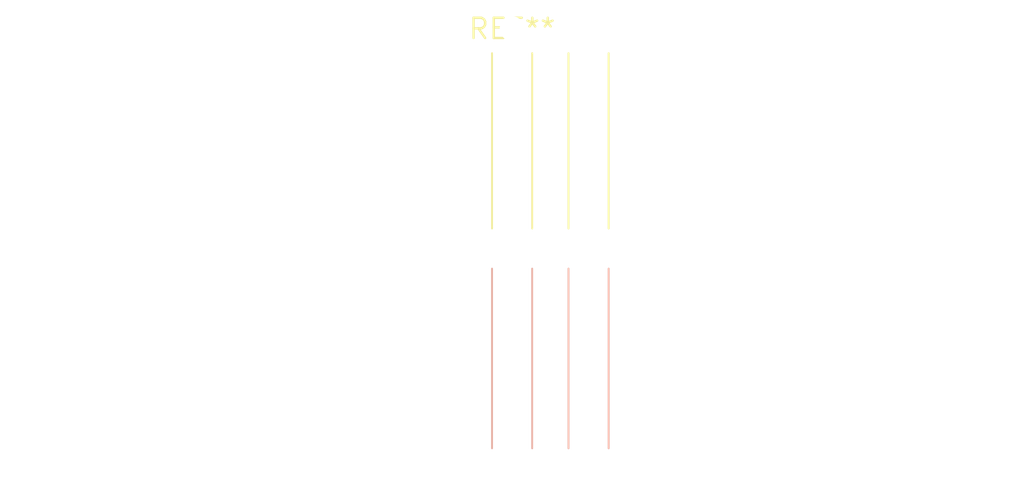
<source format=kicad_pcb>
(kicad_pcb (version 20240108) (generator pcbnew)
  (layers (0 "F.Cu" signal) (31 "B.Cu" signal) (34 "B.Paste" user) (35 "F.Paste" user) (36 "B.SilkS" user "B.Silkscreen") (37 "F.SilkS" user "F.Silkscreen") (38 "B.Mask" user) (39 "F.Mask" user) (44 "Edge.Cuts" user))
  (net 0 "")
  (footprint "SolderWire-0.75sqmm_1x02_P4.8mm_D1.25mm_OD2.3mm_Relief2x" (layer "F.Cu") (at 0 0)
    (property "Reference" "REF**")
    (property "Value" "SolderWire-0.75sqmm_1x02_P4.8mm_D1.25mm_OD2.3mm_Relief2x")
    (fp_line (start -1.26 15.06) (end -1.26 26.34) (layer "B.SilkS") (stroke (width 0.12)))
    (fp_line (start 1.26 15.06) (end 1.26 26.34) (layer "B.SilkS") (stroke (width 0.12)))
    (fp_line (start 3.54 15.06) (end 3.54 26.34) (layer "B.SilkS") (stroke (width 0.12)))
    (fp_line (start 6.06 15.06) (end 6.06 26.34) (layer "B.SilkS") (stroke (width 0.12)))
    (fp_line (start -1.26 1.535) (end -1.26 12.54) (layer "F.SilkS") (stroke (width 0.12)))
    (fp_line (start 1.26 1.535) (end 1.26 12.54) (layer "F.SilkS") (stroke (width 0.12)))
    (fp_line (start 3.54 1.535) (end 3.54 12.54) (layer "F.SilkS") (stroke (width 0.12)))
    (fp_line (start 6.06 1.535) (end 6.06 12.54) (layer "F.SilkS") (stroke (width 0.12)))
    (pad "" np_thru_hole circle (at 0 13.8) (size 2.8 2.8) (drill 2.8) (layers *.Cu *.Mask))
    (pad "" np_thru_hole circle (at 0 27.6) (size 2.8 2.8) (drill 2.8) (layers *.Cu *.Mask))
    (pad "" np_thru_hole circle (at 4.8 13.8) (size 2.8 2.8) (drill 2.8) (layers *.Cu *.Mask))
    (pad "" np_thru_hole circle (at 4.8 27.6) (size 2.8 2.8) (drill 2.8) (layers *.Cu *.Mask))
    (pad "1" thru_hole roundrect (at 0 0) (size 2.55 2.55) (drill 1.55) (layers *.Cu *.Mask) (remove_unused_layers) (roundrect_rratio 0.098039))
    (pad "2" thru_hole circle (at 4.8 0) (size 2.55 2.55) (drill 1.55) (layers *.Cu *.Mask) (remove_unused_layers))
  )
)
</source>
